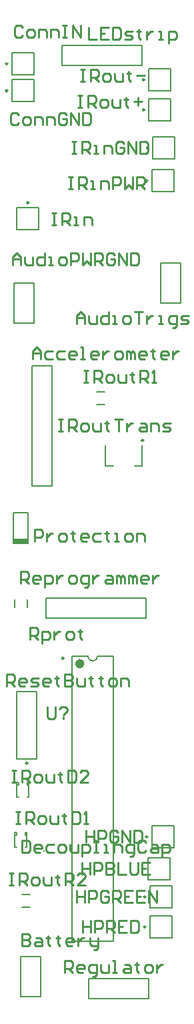
<source format=gbr>
G04 Layer_Color=65535*
%FSLAX24Y24*%
%MOIN*%
%TF.FileFunction,Legend,Top*%
%TF.Part,Single*%
G01*
G75*
%TA.AperFunction,NonConductor*%
%ADD23C,0.0236*%
%ADD24C,0.0098*%
%ADD25C,0.0079*%
%ADD26C,0.0100*%
%ADD27R,0.0748X0.0315*%
D23*
X59369Y52632D02*
G03*
X59369Y52632I-118J0D01*
G01*
D24*
X58449Y52912D02*
G03*
X58449Y52912I-49J0D01*
G01*
X62642Y44000D02*
G03*
X62642Y44000I-49J0D01*
G01*
X62442Y42400D02*
G03*
X62442Y42400I-49J0D01*
G01*
X62542Y41000D02*
G03*
X62542Y41000I-49J0D01*
G01*
Y39500D02*
G03*
X62542Y39500I-49J0D01*
G01*
X62492Y80300D02*
G03*
X62492Y80300I-49J0D01*
G01*
X55642Y81250D02*
G03*
X55642Y81250I-49J0D01*
G01*
X62492Y81800D02*
G03*
X62492Y81800I-49J0D01*
G01*
X56699Y75657D02*
G03*
X56699Y75657I-49J0D01*
G01*
X62692Y78400D02*
G03*
X62692Y78400I-49J0D01*
G01*
X62642Y76750D02*
G03*
X62642Y76750I-49J0D01*
G01*
X55642Y82600D02*
G03*
X55642Y82600I-49J0D01*
G01*
X56650Y47676D02*
G03*
X56650Y47676I-49J0D01*
G01*
X62444Y63789D02*
G03*
X62444Y63789I-49J0D01*
G01*
D25*
X59650Y53026D02*
G03*
X60150Y53026I250J0D01*
G01*
X60103Y66215D02*
X60497D01*
X60103Y65585D02*
X60497D01*
X56353Y41115D02*
X56747D01*
X56353Y40485D02*
X56747D01*
X56300Y36000D02*
Y38000D01*
Y36000D02*
X57300D01*
Y38000D01*
X56300D02*
X57300D01*
X56850Y61500D02*
Y67500D01*
X57850Y61500D02*
Y67500D01*
X56850D02*
X57850D01*
X56850Y61500D02*
X57850D01*
X58857Y38774D02*
X60943D01*
X60150Y53026D02*
X60943D01*
X58857D02*
X59650D01*
X60943Y38774D02*
Y53026D01*
X58857Y38774D02*
Y53026D01*
X57476Y43280D02*
Y43320D01*
X57024Y43280D02*
Y43320D01*
X62849Y43449D02*
Y44551D01*
X63951D01*
Y43449D02*
Y44551D01*
X62849Y43449D02*
X63951D01*
X62550Y54900D02*
Y55900D01*
X57550Y54900D02*
X62550D01*
X57550Y55900D02*
X62550D01*
X57550Y54900D02*
Y55900D01*
X62649Y41849D02*
Y42951D01*
X63751D01*
Y41849D02*
Y42951D01*
X62649Y41849D02*
X63751D01*
X62749Y40449D02*
Y41551D01*
X63851D01*
Y40449D02*
Y41551D01*
X62749Y40449D02*
X63851D01*
X62749Y38949D02*
Y40051D01*
X63851D01*
Y38949D02*
Y40051D01*
X62749Y38949D02*
X63851D01*
X62699Y79749D02*
Y80851D01*
X63801D01*
Y79749D02*
Y80851D01*
X62699Y79749D02*
X63801D01*
X55849Y80699D02*
Y81801D01*
X56951D01*
Y80699D02*
Y81801D01*
X55849Y80699D02*
X56951D01*
X62699Y81249D02*
Y82351D01*
X63801D01*
Y81249D02*
Y82351D01*
X62699Y81249D02*
X63801D01*
X56099Y75401D02*
X57201D01*
Y74299D02*
Y75401D01*
X56099Y74299D02*
X57201D01*
X56099D02*
Y75401D01*
X55985Y55453D02*
Y55847D01*
X56615Y55453D02*
Y55847D01*
X55926Y58632D02*
Y60168D01*
X56674Y58632D02*
Y60168D01*
X55926D02*
X56674D01*
X62899Y77849D02*
Y78951D01*
X64001D01*
Y77849D02*
Y78951D01*
X62899Y77849D02*
X64001D01*
X62849Y76199D02*
Y77301D01*
X63951D01*
Y76199D02*
Y77301D01*
X62849Y76199D02*
X63951D01*
X55950Y69650D02*
Y71650D01*
Y69650D02*
X56950D01*
Y71650D01*
X55950D02*
X56950D01*
X63300Y70650D02*
Y72650D01*
Y70650D02*
X64300D01*
Y72650D01*
X63300D02*
X64300D01*
X55849Y82049D02*
Y83151D01*
X56951D01*
Y82049D02*
Y83151D01*
X55849Y82049D02*
X56951D01*
X58350Y82500D02*
Y83500D01*
X62350D01*
X58350Y82500D02*
X62350D01*
Y83500D01*
X62700Y35900D02*
Y36900D01*
X59700Y35900D02*
X62700D01*
X59700D02*
Y36900D01*
X62700D01*
X56517Y44067D02*
Y44224D01*
Y44067D02*
X56595D01*
X56005D02*
X56083D01*
Y44224D01*
X56005Y43476D02*
Y44224D01*
X56595Y43476D02*
Y44224D01*
X56005Y43476D02*
X56083D01*
X56005Y44224D02*
X56083D01*
X56517Y43476D02*
X56595D01*
X56517Y44224D02*
X56595D01*
X56617Y46567D02*
Y46724D01*
Y46567D02*
X56695D01*
X56105D02*
X56183D01*
Y46724D01*
X56105Y45976D02*
Y46724D01*
X56695Y45976D02*
Y46724D01*
X56105Y45976D02*
X56183D01*
X56105Y46724D02*
X56183D01*
X56617Y45976D02*
X56695D01*
X56617Y46724D02*
X56695D01*
X56100Y47865D02*
X57100D01*
Y51235D01*
X56100D02*
X57100D01*
X56100Y47865D02*
Y51235D01*
X60544Y62509D02*
X60918D01*
X60544D02*
Y63533D01*
X61982Y62509D02*
X62356D01*
Y63533D01*
D26*
X56910Y67840D02*
Y68240D01*
X57110Y68440D01*
X57310Y68240D01*
Y67840D01*
Y68140D01*
X56910D01*
X57910Y68240D02*
X57610D01*
X57510Y68140D01*
Y67940D01*
X57610Y67840D01*
X57910D01*
X58509Y68240D02*
X58210D01*
X58110Y68140D01*
Y67940D01*
X58210Y67840D01*
X58509D01*
X59009D02*
X58809D01*
X58709Y67940D01*
Y68140D01*
X58809Y68240D01*
X59009D01*
X59109Y68140D01*
Y68040D01*
X58709D01*
X59309Y67840D02*
X59509D01*
X59409D01*
Y68440D01*
X59309D01*
X60109Y67840D02*
X59909D01*
X59809Y67940D01*
Y68140D01*
X59909Y68240D01*
X60109D01*
X60209Y68140D01*
Y68040D01*
X59809D01*
X60409Y68240D02*
Y67840D01*
Y68040D01*
X60509Y68140D01*
X60609Y68240D01*
X60709D01*
X61109Y67840D02*
X61309D01*
X61409Y67940D01*
Y68140D01*
X61309Y68240D01*
X61109D01*
X61009Y68140D01*
Y67940D01*
X61109Y67840D01*
X61608D02*
Y68240D01*
X61708D01*
X61808Y68140D01*
Y67840D01*
Y68140D01*
X61908Y68240D01*
X62008Y68140D01*
Y67840D01*
X62508D02*
X62308D01*
X62208Y67940D01*
Y68140D01*
X62308Y68240D01*
X62508D01*
X62608Y68140D01*
Y68040D01*
X62208D01*
X62908Y68340D02*
Y68240D01*
X62808D01*
X63008D01*
X62908D01*
Y67940D01*
X63008Y67840D01*
X63608D02*
X63408D01*
X63308Y67940D01*
Y68140D01*
X63408Y68240D01*
X63608D01*
X63708Y68140D01*
Y68040D01*
X63308D01*
X63908Y68240D02*
Y67840D01*
Y68040D01*
X64008Y68140D01*
X64108Y68240D01*
X64208D01*
X55900Y72550D02*
Y72950D01*
X56100Y73150D01*
X56300Y72950D01*
Y72550D01*
Y72850D01*
X55900D01*
X56500Y72950D02*
Y72650D01*
X56600Y72550D01*
X56900D01*
Y72950D01*
X57499Y73150D02*
Y72550D01*
X57200D01*
X57100Y72650D01*
Y72850D01*
X57200Y72950D01*
X57499D01*
X57699Y72550D02*
X57899D01*
X57799D01*
Y72950D01*
X57699D01*
X58299Y72550D02*
X58499D01*
X58599Y72650D01*
Y72850D01*
X58499Y72950D01*
X58299D01*
X58199Y72850D01*
Y72650D01*
X58299Y72550D01*
X58799D02*
Y73150D01*
X59099D01*
X59199Y73050D01*
Y72850D01*
X59099Y72750D01*
X58799D01*
X59399Y73150D02*
Y72550D01*
X59599Y72750D01*
X59799Y72550D01*
Y73150D01*
X59999Y72550D02*
Y73150D01*
X60299D01*
X60399Y73050D01*
Y72850D01*
X60299Y72750D01*
X59999D01*
X60199D02*
X60399Y72550D01*
X60998Y73050D02*
X60898Y73150D01*
X60698D01*
X60598Y73050D01*
Y72650D01*
X60698Y72550D01*
X60898D01*
X60998Y72650D01*
Y72850D01*
X60798D01*
X61198Y72550D02*
Y73150D01*
X61598Y72550D01*
Y73150D01*
X61798D02*
Y72550D01*
X62098D01*
X62198Y72650D01*
Y73050D01*
X62098Y73150D01*
X61798D01*
X59100Y69600D02*
Y70000D01*
X59300Y70200D01*
X59500Y70000D01*
Y69600D01*
Y69900D01*
X59100D01*
X59700Y70000D02*
Y69700D01*
X59800Y69600D01*
X60100D01*
Y70000D01*
X60699Y70200D02*
Y69600D01*
X60400D01*
X60300Y69700D01*
Y69900D01*
X60400Y70000D01*
X60699D01*
X60899Y69600D02*
X61099D01*
X60999D01*
Y70000D01*
X60899D01*
X61499Y69600D02*
X61699D01*
X61799Y69700D01*
Y69900D01*
X61699Y70000D01*
X61499D01*
X61399Y69900D01*
Y69700D01*
X61499Y69600D01*
X61999Y70200D02*
X62399D01*
X62199D01*
Y69600D01*
X62599Y70000D02*
Y69600D01*
Y69800D01*
X62699Y69900D01*
X62799Y70000D01*
X62899D01*
X63199Y69600D02*
X63399D01*
X63299D01*
Y70000D01*
X63199D01*
X63898Y69400D02*
X63998D01*
X64098Y69500D01*
Y70000D01*
X63798D01*
X63699Y69900D01*
Y69700D01*
X63798Y69600D01*
X64098D01*
X64298D02*
X64598D01*
X64698Y69700D01*
X64598Y69800D01*
X64398D01*
X64298Y69900D01*
X64398Y70000D01*
X64698D01*
X56365Y39135D02*
Y38535D01*
X56665D01*
X56765Y38635D01*
Y38735D01*
X56665Y38835D01*
X56365D01*
X56665D01*
X56765Y38935D01*
Y39035D01*
X56665Y39135D01*
X56365D01*
X57065Y38935D02*
X57265D01*
X57365Y38835D01*
Y38535D01*
X57065D01*
X56965Y38635D01*
X57065Y38735D01*
X57365D01*
X57665Y39035D02*
Y38935D01*
X57565D01*
X57765D01*
X57665D01*
Y38635D01*
X57765Y38535D01*
X58164Y39035D02*
Y38935D01*
X58064D01*
X58264D01*
X58164D01*
Y38635D01*
X58264Y38535D01*
X58864D02*
X58664D01*
X58564Y38635D01*
Y38835D01*
X58664Y38935D01*
X58864D01*
X58964Y38835D01*
Y38735D01*
X58564D01*
X59164Y38935D02*
Y38535D01*
Y38735D01*
X59264Y38835D01*
X59364Y38935D01*
X59464D01*
X59764D02*
Y38635D01*
X59864Y38535D01*
X60164D01*
Y38435D01*
X60064Y38335D01*
X59964D01*
X60164Y38535D02*
Y38935D01*
X56200Y80050D02*
X56100Y80150D01*
X55900D01*
X55800Y80050D01*
Y79650D01*
X55900Y79550D01*
X56100D01*
X56200Y79650D01*
X56500Y79550D02*
X56700D01*
X56800Y79650D01*
Y79850D01*
X56700Y79950D01*
X56500D01*
X56400Y79850D01*
Y79650D01*
X56500Y79550D01*
X57000D02*
Y79950D01*
X57300D01*
X57399Y79850D01*
Y79550D01*
X57599D02*
Y79950D01*
X57899D01*
X57999Y79850D01*
Y79550D01*
X58599Y80050D02*
X58499Y80150D01*
X58299D01*
X58199Y80050D01*
Y79650D01*
X58299Y79550D01*
X58499D01*
X58599Y79650D01*
Y79850D01*
X58399D01*
X58799Y79550D02*
Y80150D01*
X59199Y79550D01*
Y80150D01*
X59399D02*
Y79550D01*
X59699D01*
X59799Y79650D01*
Y80050D01*
X59699Y80150D01*
X59399D01*
X56400Y84400D02*
X56300Y84500D01*
X56100D01*
X56000Y84400D01*
Y84000D01*
X56100Y83900D01*
X56300D01*
X56400Y84000D01*
X56700Y83900D02*
X56900D01*
X57000Y84000D01*
Y84200D01*
X56900Y84300D01*
X56700D01*
X56600Y84200D01*
Y84000D01*
X56700Y83900D01*
X57200D02*
Y84300D01*
X57500D01*
X57599Y84200D01*
Y83900D01*
X57799D02*
Y84300D01*
X58099D01*
X58199Y84200D01*
Y83900D01*
X58399Y84500D02*
X58599D01*
X58499D01*
Y83900D01*
X58399D01*
X58599D01*
X58899D02*
Y84500D01*
X59299Y83900D01*
Y84500D01*
X56350Y43800D02*
Y43200D01*
X56650D01*
X56750Y43300D01*
Y43700D01*
X56650Y43800D01*
X56350D01*
X57250Y43200D02*
X57050D01*
X56950Y43300D01*
Y43500D01*
X57050Y43600D01*
X57250D01*
X57350Y43500D01*
Y43400D01*
X56950D01*
X57949Y43600D02*
X57650D01*
X57550Y43500D01*
Y43300D01*
X57650Y43200D01*
X57949D01*
X58249D02*
X58449D01*
X58549Y43300D01*
Y43500D01*
X58449Y43600D01*
X58249D01*
X58149Y43500D01*
Y43300D01*
X58249Y43200D01*
X58749Y43600D02*
Y43300D01*
X58849Y43200D01*
X59149D01*
Y43600D01*
X59349Y43000D02*
Y43600D01*
X59649D01*
X59749Y43500D01*
Y43300D01*
X59649Y43200D01*
X59349D01*
X59949D02*
X60149D01*
X60049D01*
Y43800D01*
X59949D01*
X60449Y43200D02*
X60649D01*
X60549D01*
Y43600D01*
X60449D01*
X60949Y43200D02*
Y43600D01*
X61248D01*
X61348Y43500D01*
Y43200D01*
X61748Y43000D02*
X61848D01*
X61948Y43100D01*
Y43600D01*
X61648D01*
X61548Y43500D01*
Y43300D01*
X61648Y43200D01*
X61948D01*
X62548Y43700D02*
X62448Y43800D01*
X62248D01*
X62148Y43700D01*
Y43300D01*
X62248Y43200D01*
X62448D01*
X62548Y43300D01*
X62848Y43600D02*
X63048D01*
X63148Y43500D01*
Y43200D01*
X62848D01*
X62748Y43300D01*
X62848Y43400D01*
X63148D01*
X63348Y43000D02*
Y43600D01*
X63648D01*
X63748Y43500D01*
Y43300D01*
X63648Y43200D01*
X63348D01*
X59350Y42700D02*
Y42100D01*
Y42400D01*
X59750D01*
Y42700D01*
Y42100D01*
X59950D02*
Y42700D01*
X60250D01*
X60350Y42600D01*
Y42400D01*
X60250Y42300D01*
X59950D01*
X60550Y42700D02*
Y42100D01*
X60850D01*
X60949Y42200D01*
Y42300D01*
X60850Y42400D01*
X60550D01*
X60850D01*
X60949Y42500D01*
Y42600D01*
X60850Y42700D01*
X60550D01*
X61149D02*
Y42100D01*
X61549D01*
X61749Y42700D02*
Y42200D01*
X61849Y42100D01*
X62049D01*
X62149Y42200D01*
Y42700D01*
X62749D02*
X62349D01*
Y42100D01*
X62749D01*
X62349Y42400D02*
X62549D01*
X59550Y44300D02*
Y43700D01*
Y44000D01*
X59950D01*
Y44300D01*
Y43700D01*
X60150D02*
Y44300D01*
X60450D01*
X60550Y44200D01*
Y44000D01*
X60450Y43900D01*
X60150D01*
X61149Y44200D02*
X61050Y44300D01*
X60850D01*
X60750Y44200D01*
Y43800D01*
X60850Y43700D01*
X61050D01*
X61149Y43800D01*
Y44000D01*
X60950D01*
X61349Y43700D02*
Y44300D01*
X61749Y43700D01*
Y44300D01*
X61949D02*
Y43700D01*
X62249D01*
X62349Y43800D01*
Y44200D01*
X62249Y44300D01*
X61949D01*
X59100Y41300D02*
Y40700D01*
Y41000D01*
X59500D01*
Y41300D01*
Y40700D01*
X59700D02*
Y41300D01*
X60000D01*
X60100Y41200D01*
Y41000D01*
X60000Y40900D01*
X59700D01*
X60699Y41200D02*
X60600Y41300D01*
X60400D01*
X60300Y41200D01*
Y40800D01*
X60400Y40700D01*
X60600D01*
X60699Y40800D01*
Y41000D01*
X60500D01*
X60899Y40700D02*
Y41300D01*
X61199D01*
X61299Y41200D01*
Y41000D01*
X61199Y40900D01*
X60899D01*
X61099D02*
X61299Y40700D01*
X61899Y41300D02*
X61499D01*
Y40700D01*
X61899D01*
X61499Y41000D02*
X61699D01*
X62499Y41300D02*
X62099D01*
Y40700D01*
X62499D01*
X62099Y41000D02*
X62299D01*
X62699Y40700D02*
Y41300D01*
X63099Y40700D01*
Y41300D01*
X59400Y39800D02*
Y39200D01*
Y39500D01*
X59800D01*
Y39800D01*
Y39200D01*
X60000D02*
Y39800D01*
X60300D01*
X60400Y39700D01*
Y39500D01*
X60300Y39400D01*
X60000D01*
X60600Y39200D02*
Y39800D01*
X60900D01*
X60999Y39700D01*
Y39500D01*
X60900Y39400D01*
X60600D01*
X60800D02*
X60999Y39200D01*
X61599Y39800D02*
X61199D01*
Y39200D01*
X61599D01*
X61199Y39500D02*
X61399D01*
X61799Y39800D02*
Y39200D01*
X62099D01*
X62199Y39300D01*
Y39700D01*
X62099Y39800D01*
X61799D01*
X58850Y78700D02*
X59050D01*
X58950D01*
Y78100D01*
X58850D01*
X59050D01*
X59350D02*
Y78700D01*
X59650D01*
X59750Y78600D01*
Y78400D01*
X59650Y78300D01*
X59350D01*
X59550D02*
X59750Y78100D01*
X59950D02*
X60150D01*
X60050D01*
Y78500D01*
X59950D01*
X60449Y78100D02*
Y78500D01*
X60749D01*
X60849Y78400D01*
Y78100D01*
X61449Y78600D02*
X61349Y78700D01*
X61149D01*
X61049Y78600D01*
Y78200D01*
X61149Y78100D01*
X61349D01*
X61449Y78200D01*
Y78400D01*
X61249D01*
X61649Y78100D02*
Y78700D01*
X62049Y78100D01*
Y78700D01*
X62249D02*
Y78100D01*
X62549D01*
X62649Y78200D01*
Y78600D01*
X62549Y78700D01*
X62249D01*
X58700Y76950D02*
X58900D01*
X58800D01*
Y76350D01*
X58700D01*
X58900D01*
X59200D02*
Y76950D01*
X59500D01*
X59600Y76850D01*
Y76650D01*
X59500Y76550D01*
X59200D01*
X59400D02*
X59600Y76350D01*
X59800D02*
X60000D01*
X59900D01*
Y76750D01*
X59800D01*
X60299Y76350D02*
Y76750D01*
X60599D01*
X60699Y76650D01*
Y76350D01*
X60899D02*
Y76950D01*
X61199D01*
X61299Y76850D01*
Y76650D01*
X61199Y76550D01*
X60899D01*
X61499Y76950D02*
Y76350D01*
X61699Y76550D01*
X61899Y76350D01*
Y76950D01*
X62099Y76350D02*
Y76950D01*
X62399D01*
X62499Y76850D01*
Y76650D01*
X62399Y76550D01*
X62099D01*
X62299D02*
X62499Y76350D01*
X57850Y75150D02*
X58050D01*
X57950D01*
Y74550D01*
X57850D01*
X58050D01*
X58350D02*
Y75150D01*
X58650D01*
X58750Y75050D01*
Y74850D01*
X58650Y74750D01*
X58350D01*
X58550D02*
X58750Y74550D01*
X58950D02*
X59150D01*
X59050D01*
Y74950D01*
X58950D01*
X59449Y74550D02*
Y74950D01*
X59749D01*
X59849Y74850D01*
Y74550D01*
X59150Y81000D02*
X59350D01*
X59250D01*
Y80400D01*
X59150D01*
X59350D01*
X59650D02*
Y81000D01*
X59950D01*
X60050Y80900D01*
Y80700D01*
X59950Y80600D01*
X59650D01*
X59850D02*
X60050Y80400D01*
X60350D02*
X60550D01*
X60650Y80500D01*
Y80700D01*
X60550Y80800D01*
X60350D01*
X60250Y80700D01*
Y80500D01*
X60350Y80400D01*
X60849Y80800D02*
Y80500D01*
X60949Y80400D01*
X61249D01*
Y80800D01*
X61549Y80900D02*
Y80800D01*
X61449D01*
X61649D01*
X61549D01*
Y80500D01*
X61649Y80400D01*
X61949Y80700D02*
X62349D01*
X62149Y80900D02*
Y80500D01*
X59300Y82300D02*
X59500D01*
X59400D01*
Y81700D01*
X59300D01*
X59500D01*
X59800D02*
Y82300D01*
X60100D01*
X60200Y82200D01*
Y82000D01*
X60100Y81900D01*
X59800D01*
X60000D02*
X60200Y81700D01*
X60500D02*
X60700D01*
X60800Y81800D01*
Y82000D01*
X60700Y82100D01*
X60500D01*
X60400Y82000D01*
Y81800D01*
X60500Y81700D01*
X60999Y82100D02*
Y81800D01*
X61099Y81700D01*
X61399D01*
Y82100D01*
X61699Y82200D02*
Y82100D01*
X61599D01*
X61799D01*
X61699D01*
Y81800D01*
X61799Y81700D01*
X62099Y82000D02*
X62499D01*
X56050Y45250D02*
X56250D01*
X56150D01*
Y44650D01*
X56050D01*
X56250D01*
X56550D02*
Y45250D01*
X56850D01*
X56950Y45150D01*
Y44950D01*
X56850Y44850D01*
X56550D01*
X56750D02*
X56950Y44650D01*
X57250D02*
X57450D01*
X57550Y44750D01*
Y44950D01*
X57450Y45050D01*
X57250D01*
X57150Y44950D01*
Y44750D01*
X57250Y44650D01*
X57749Y45050D02*
Y44750D01*
X57849Y44650D01*
X58149D01*
Y45050D01*
X58449Y45150D02*
Y45050D01*
X58349D01*
X58549D01*
X58449D01*
Y44750D01*
X58549Y44650D01*
X58849Y45250D02*
Y44650D01*
X59149D01*
X59249Y44750D01*
Y45150D01*
X59149Y45250D01*
X58849D01*
X59449Y44650D02*
X59649D01*
X59549D01*
Y45250D01*
X59449Y45150D01*
X55850Y47300D02*
X56050D01*
X55950D01*
Y46700D01*
X55850D01*
X56050D01*
X56350D02*
Y47300D01*
X56650D01*
X56750Y47200D01*
Y47000D01*
X56650Y46900D01*
X56350D01*
X56550D02*
X56750Y46700D01*
X57050D02*
X57250D01*
X57350Y46800D01*
Y47000D01*
X57250Y47100D01*
X57050D01*
X56950Y47000D01*
Y46800D01*
X57050Y46700D01*
X57549Y47100D02*
Y46800D01*
X57649Y46700D01*
X57949D01*
Y47100D01*
X58249Y47200D02*
Y47100D01*
X58149D01*
X58349D01*
X58249D01*
Y46800D01*
X58349Y46700D01*
X58649Y47300D02*
Y46700D01*
X58949D01*
X59049Y46800D01*
Y47200D01*
X58949Y47300D01*
X58649D01*
X59649Y46700D02*
X59249D01*
X59649Y47100D01*
Y47200D01*
X59549Y47300D01*
X59349D01*
X59249Y47200D01*
X59700Y84400D02*
Y83800D01*
X60100D01*
X60700Y84400D02*
X60300D01*
Y83800D01*
X60700D01*
X60300Y84100D02*
X60500D01*
X60900Y84400D02*
Y83800D01*
X61200D01*
X61299Y83900D01*
Y84300D01*
X61200Y84400D01*
X60900D01*
X61499Y83800D02*
X61799D01*
X61899Y83900D01*
X61799Y84000D01*
X61599D01*
X61499Y84100D01*
X61599Y84200D01*
X61899D01*
X62199Y84300D02*
Y84200D01*
X62099D01*
X62299D01*
X62199D01*
Y83900D01*
X62299Y83800D01*
X62599Y84200D02*
Y83800D01*
Y84000D01*
X62699Y84100D01*
X62799Y84200D01*
X62899D01*
X63199Y83800D02*
X63399D01*
X63299D01*
Y84200D01*
X63199D01*
X63699Y83600D02*
Y84200D01*
X63999D01*
X64099Y84100D01*
Y83900D01*
X63999Y83800D01*
X63699D01*
X57000Y58750D02*
Y59350D01*
X57300D01*
X57400Y59250D01*
Y59050D01*
X57300Y58950D01*
X57000D01*
X57600Y59150D02*
Y58750D01*
Y58950D01*
X57700Y59050D01*
X57800Y59150D01*
X57900D01*
X58300Y58750D02*
X58500D01*
X58599Y58850D01*
Y59050D01*
X58500Y59150D01*
X58300D01*
X58200Y59050D01*
Y58850D01*
X58300Y58750D01*
X58899Y59250D02*
Y59150D01*
X58799D01*
X58999D01*
X58899D01*
Y58850D01*
X58999Y58750D01*
X59599D02*
X59399D01*
X59299Y58850D01*
Y59050D01*
X59399Y59150D01*
X59599D01*
X59699Y59050D01*
Y58950D01*
X59299D01*
X60299Y59150D02*
X59999D01*
X59899Y59050D01*
Y58850D01*
X59999Y58750D01*
X60299D01*
X60599Y59250D02*
Y59150D01*
X60499D01*
X60699D01*
X60599D01*
Y58850D01*
X60699Y58750D01*
X60999D02*
X61199D01*
X61099D01*
Y59150D01*
X60999D01*
X61599Y58750D02*
X61798D01*
X61898Y58850D01*
Y59050D01*
X61798Y59150D01*
X61599D01*
X61499Y59050D01*
Y58850D01*
X61599Y58750D01*
X62098D02*
Y59150D01*
X62398D01*
X62498Y59050D01*
Y58750D01*
X58200Y64850D02*
X58400D01*
X58300D01*
Y64250D01*
X58200D01*
X58400D01*
X58700D02*
Y64850D01*
X59000D01*
X59100Y64750D01*
Y64550D01*
X59000Y64450D01*
X58700D01*
X58900D02*
X59100Y64250D01*
X59400D02*
X59600D01*
X59700Y64350D01*
Y64550D01*
X59600Y64650D01*
X59400D01*
X59300Y64550D01*
Y64350D01*
X59400Y64250D01*
X59899Y64650D02*
Y64350D01*
X59999Y64250D01*
X60299D01*
Y64650D01*
X60599Y64750D02*
Y64650D01*
X60499D01*
X60699D01*
X60599D01*
Y64350D01*
X60699Y64250D01*
X60999Y64850D02*
X61399D01*
X61199D01*
Y64250D01*
X61599Y64650D02*
Y64250D01*
Y64450D01*
X61699Y64550D01*
X61799Y64650D01*
X61899D01*
X62299D02*
X62499D01*
X62599Y64550D01*
Y64250D01*
X62299D01*
X62199Y64350D01*
X62299Y64450D01*
X62599D01*
X62799Y64250D02*
Y64650D01*
X63098D01*
X63198Y64550D01*
Y64250D01*
X63398D02*
X63698D01*
X63798Y64350D01*
X63698Y64450D01*
X63498D01*
X63398Y64550D01*
X63498Y64650D01*
X63798D01*
X59480Y67260D02*
X59680D01*
X59580D01*
Y66660D01*
X59480D01*
X59680D01*
X59980D02*
Y67260D01*
X60280D01*
X60380Y67160D01*
Y66960D01*
X60280Y66860D01*
X59980D01*
X60180D02*
X60380Y66660D01*
X60680D02*
X60880D01*
X60980Y66760D01*
Y66960D01*
X60880Y67060D01*
X60680D01*
X60580Y66960D01*
Y66760D01*
X60680Y66660D01*
X61179Y67060D02*
Y66760D01*
X61279Y66660D01*
X61579D01*
Y67060D01*
X61879Y67160D02*
Y67060D01*
X61779D01*
X61979D01*
X61879D01*
Y66760D01*
X61979Y66660D01*
X62279D02*
Y67260D01*
X62579D01*
X62679Y67160D01*
Y66960D01*
X62579Y66860D01*
X62279D01*
X62479D02*
X62679Y66660D01*
X62879D02*
X63079D01*
X62979D01*
Y67260D01*
X62879Y67160D01*
X55730Y42160D02*
X55930D01*
X55830D01*
Y41560D01*
X55730D01*
X55930D01*
X56230D02*
Y42160D01*
X56530D01*
X56630Y42060D01*
Y41860D01*
X56530Y41760D01*
X56230D01*
X56430D02*
X56630Y41560D01*
X56930D02*
X57130D01*
X57230Y41660D01*
Y41860D01*
X57130Y41960D01*
X56930D01*
X56830Y41860D01*
Y41660D01*
X56930Y41560D01*
X57429Y41960D02*
Y41660D01*
X57529Y41560D01*
X57829D01*
Y41960D01*
X58129Y42060D02*
Y41960D01*
X58029D01*
X58229D01*
X58129D01*
Y41660D01*
X58229Y41560D01*
X58529D02*
Y42160D01*
X58829D01*
X58929Y42060D01*
Y41860D01*
X58829Y41760D01*
X58529D01*
X58729D02*
X58929Y41560D01*
X59529D02*
X59129D01*
X59529Y41960D01*
Y42060D01*
X59429Y42160D01*
X59229D01*
X59129Y42060D01*
X56750Y53850D02*
Y54450D01*
X57050D01*
X57150Y54350D01*
Y54150D01*
X57050Y54050D01*
X56750D01*
X56950D02*
X57150Y53850D01*
X57350Y53650D02*
Y54250D01*
X57650D01*
X57750Y54150D01*
Y53950D01*
X57650Y53850D01*
X57350D01*
X57950Y54250D02*
Y53850D01*
Y54050D01*
X58050Y54150D01*
X58150Y54250D01*
X58250D01*
X58649Y53850D02*
X58849D01*
X58949Y53950D01*
Y54150D01*
X58849Y54250D01*
X58649D01*
X58549Y54150D01*
Y53950D01*
X58649Y53850D01*
X59249Y54350D02*
Y54250D01*
X59149D01*
X59349D01*
X59249D01*
Y53950D01*
X59349Y53850D01*
X58500Y37200D02*
Y37800D01*
X58800D01*
X58900Y37700D01*
Y37500D01*
X58800Y37400D01*
X58500D01*
X58700D02*
X58900Y37200D01*
X59400D02*
X59200D01*
X59100Y37300D01*
Y37500D01*
X59200Y37600D01*
X59400D01*
X59500Y37500D01*
Y37400D01*
X59100D01*
X59900Y37000D02*
X60000D01*
X60099Y37100D01*
Y37600D01*
X59800D01*
X59700Y37500D01*
Y37300D01*
X59800Y37200D01*
X60099D01*
X60299Y37600D02*
Y37300D01*
X60399Y37200D01*
X60699D01*
Y37600D01*
X60899Y37200D02*
X61099D01*
X60999D01*
Y37800D01*
X60899D01*
X61499Y37600D02*
X61699D01*
X61799Y37500D01*
Y37200D01*
X61499D01*
X61399Y37300D01*
X61499Y37400D01*
X61799D01*
X62099Y37700D02*
Y37600D01*
X61999D01*
X62199D01*
X62099D01*
Y37300D01*
X62199Y37200D01*
X62599D02*
X62799D01*
X62899Y37300D01*
Y37500D01*
X62799Y37600D01*
X62599D01*
X62499Y37500D01*
Y37300D01*
X62599Y37200D01*
X63099Y37600D02*
Y37200D01*
Y37400D01*
X63198Y37500D01*
X63298Y37600D01*
X63398D01*
X56300Y56650D02*
Y57250D01*
X56600D01*
X56700Y57150D01*
Y56950D01*
X56600Y56850D01*
X56300D01*
X56500D02*
X56700Y56650D01*
X57200D02*
X57000D01*
X56900Y56750D01*
Y56950D01*
X57000Y57050D01*
X57200D01*
X57300Y56950D01*
Y56850D01*
X56900D01*
X57500Y56450D02*
Y57050D01*
X57800D01*
X57899Y56950D01*
Y56750D01*
X57800Y56650D01*
X57500D01*
X58099Y57050D02*
Y56650D01*
Y56850D01*
X58199Y56950D01*
X58299Y57050D01*
X58399D01*
X58799Y56650D02*
X58999D01*
X59099Y56750D01*
Y56950D01*
X58999Y57050D01*
X58799D01*
X58699Y56950D01*
Y56750D01*
X58799Y56650D01*
X59499Y56450D02*
X59599D01*
X59699Y56550D01*
Y57050D01*
X59399D01*
X59299Y56950D01*
Y56750D01*
X59399Y56650D01*
X59699D01*
X59899Y57050D02*
Y56650D01*
Y56850D01*
X59999Y56950D01*
X60099Y57050D01*
X60199D01*
X60599D02*
X60799D01*
X60899Y56950D01*
Y56650D01*
X60599D01*
X60499Y56750D01*
X60599Y56850D01*
X60899D01*
X61098Y56650D02*
Y57050D01*
X61198D01*
X61298Y56950D01*
Y56650D01*
Y56950D01*
X61398Y57050D01*
X61498Y56950D01*
Y56650D01*
X61698D02*
Y57050D01*
X61798D01*
X61898Y56950D01*
Y56650D01*
Y56950D01*
X61998Y57050D01*
X62098Y56950D01*
Y56650D01*
X62598D02*
X62398D01*
X62298Y56750D01*
Y56950D01*
X62398Y57050D01*
X62598D01*
X62698Y56950D01*
Y56850D01*
X62298D01*
X62898Y57050D02*
Y56650D01*
Y56850D01*
X62998Y56950D01*
X63098Y57050D01*
X63198D01*
X57635Y50485D02*
Y49985D01*
X57735Y49885D01*
X57935D01*
X58035Y49985D01*
Y50485D01*
X58235Y50385D02*
X58335Y50485D01*
X58535D01*
X58635Y50385D01*
Y50285D01*
X58435Y50085D01*
Y49985D02*
Y49885D01*
X55600Y51500D02*
Y52100D01*
X55900D01*
X56000Y52000D01*
Y51800D01*
X55900Y51700D01*
X55600D01*
X55800D02*
X56000Y51500D01*
X56500D02*
X56300D01*
X56200Y51600D01*
Y51800D01*
X56300Y51900D01*
X56500D01*
X56600Y51800D01*
Y51700D01*
X56200D01*
X56800Y51500D02*
X57100D01*
X57199Y51600D01*
X57100Y51700D01*
X56900D01*
X56800Y51800D01*
X56900Y51900D01*
X57199D01*
X57699Y51500D02*
X57499D01*
X57399Y51600D01*
Y51800D01*
X57499Y51900D01*
X57699D01*
X57799Y51800D01*
Y51700D01*
X57399D01*
X58099Y52000D02*
Y51900D01*
X57999D01*
X58199D01*
X58099D01*
Y51600D01*
X58199Y51500D01*
X58499Y52100D02*
Y51500D01*
X58799D01*
X58899Y51600D01*
Y51700D01*
X58799Y51800D01*
X58499D01*
X58799D01*
X58899Y51900D01*
Y52000D01*
X58799Y52100D01*
X58499D01*
X59099Y51900D02*
Y51600D01*
X59199Y51500D01*
X59499D01*
Y51900D01*
X59799Y52000D02*
Y51900D01*
X59699D01*
X59899D01*
X59799D01*
Y51600D01*
X59899Y51500D01*
X60298Y52000D02*
Y51900D01*
X60199D01*
X60398D01*
X60298D01*
Y51600D01*
X60398Y51500D01*
X60798D02*
X60998D01*
X61098Y51600D01*
Y51800D01*
X60998Y51900D01*
X60798D01*
X60698Y51800D01*
Y51600D01*
X60798Y51500D01*
X61298D02*
Y51900D01*
X61598D01*
X61698Y51800D01*
Y51500D01*
D27*
X56300Y58750D02*
D03*
%TF.MD5,8041EFE12FEC32F7B825278D47A2E28D*%
M02*

</source>
